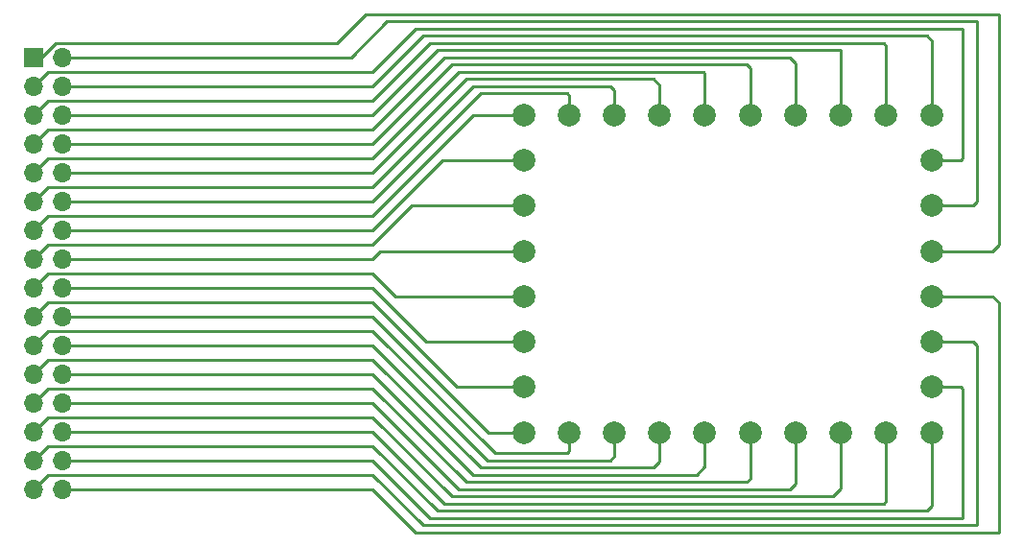
<source format=gbr>
%TF.GenerationSoftware,KiCad,Pcbnew,7.0.6*%
%TF.CreationDate,2023-08-02T14:24:24+01:00*%
%TF.ProjectId,Outline4,4f75746c-696e-4653-942e-6b696361645f,rev?*%
%TF.SameCoordinates,Original*%
%TF.FileFunction,Copper,L1,Top*%
%TF.FilePolarity,Positive*%
%FSLAX46Y46*%
G04 Gerber Fmt 4.6, Leading zero omitted, Abs format (unit mm)*
G04 Created by KiCad (PCBNEW 7.0.6) date 2023-08-02 14:24:24*
%MOMM*%
%LPD*%
G01*
G04 APERTURE LIST*
%TA.AperFunction,ComponentPad*%
%ADD10R,1.700000X1.700000*%
%TD*%
%TA.AperFunction,ComponentPad*%
%ADD11O,1.700000X1.700000*%
%TD*%
%TA.AperFunction,SMDPad,CuDef*%
%ADD12C,2.000000*%
%TD*%
%TA.AperFunction,Conductor*%
%ADD13C,0.250000*%
%TD*%
G04 APERTURE END LIST*
D10*
%TO.P,REF\u002A\u002A,1*%
%TO.N,N/C*%
X18415000Y-69215000D03*
D11*
%TO.P,REF\u002A\u002A,2*%
X20955000Y-69215000D03*
%TO.P,REF\u002A\u002A,3*%
X18415000Y-71755000D03*
%TO.P,REF\u002A\u002A,4*%
X20955000Y-71755000D03*
%TO.P,REF\u002A\u002A,5*%
X18415000Y-74295000D03*
%TO.P,REF\u002A\u002A,6*%
X20955000Y-74295000D03*
%TO.P,REF\u002A\u002A,7*%
X18415000Y-76835000D03*
%TO.P,REF\u002A\u002A,8*%
X20955000Y-76835000D03*
%TO.P,REF\u002A\u002A,9*%
X18415000Y-79375000D03*
%TO.P,REF\u002A\u002A,10*%
X20955000Y-79375000D03*
%TO.P,REF\u002A\u002A,11*%
X18415000Y-81915000D03*
%TO.P,REF\u002A\u002A,12*%
X20955000Y-81915000D03*
%TO.P,REF\u002A\u002A,13*%
X18415000Y-84455000D03*
%TO.P,REF\u002A\u002A,14*%
X20955000Y-84455000D03*
%TO.P,REF\u002A\u002A,15*%
X18415000Y-86995000D03*
%TO.P,REF\u002A\u002A,16*%
X20955000Y-86995000D03*
%TO.P,REF\u002A\u002A,17*%
X18415000Y-89535000D03*
%TO.P,REF\u002A\u002A,18*%
X20955000Y-89535000D03*
%TO.P,REF\u002A\u002A,19*%
X18415000Y-92075000D03*
%TO.P,REF\u002A\u002A,20*%
X20955000Y-92075000D03*
%TO.P,REF\u002A\u002A,21*%
X18415000Y-94615000D03*
%TO.P,REF\u002A\u002A,22*%
X20955000Y-94615000D03*
%TO.P,REF\u002A\u002A,23*%
X18415000Y-97155000D03*
%TO.P,REF\u002A\u002A,24*%
X20955000Y-97155000D03*
%TO.P,REF\u002A\u002A,25*%
X18415000Y-99695000D03*
%TO.P,REF\u002A\u002A,26*%
X20955000Y-99695000D03*
%TO.P,REF\u002A\u002A,27*%
X18415000Y-102235000D03*
%TO.P,REF\u002A\u002A,28*%
X20955000Y-102235000D03*
%TO.P,REF\u002A\u002A,29*%
X18415000Y-104775000D03*
%TO.P,REF\u002A\u002A,30*%
X20955000Y-104775000D03*
%TO.P,REF\u002A\u002A,31*%
X18415000Y-107315000D03*
%TO.P,REF\u002A\u002A,32*%
X20955000Y-107315000D03*
%TD*%
D12*
%TO.P,REF\u002A\u002A,1*%
%TO.N,N/C*%
X61600000Y-74295000D03*
X61600000Y-74295000D03*
X61600000Y-78295000D03*
X61600000Y-82295000D03*
X61600000Y-86295000D03*
X61600000Y-90295000D03*
X61600000Y-94295000D03*
X61600000Y-98295000D03*
X61600000Y-102295000D03*
X65600000Y-74295000D03*
X65600000Y-102295000D03*
X69600000Y-74295000D03*
X69600000Y-102295000D03*
X73600000Y-74295000D03*
X73600000Y-102295000D03*
X77600000Y-74295000D03*
X77600000Y-102295000D03*
X81600000Y-74295000D03*
X81600000Y-102295000D03*
X85600000Y-74295000D03*
X85600000Y-102295000D03*
X89600000Y-74295000D03*
X89600000Y-102295000D03*
X93600000Y-74295000D03*
X93600000Y-102295000D03*
X97600000Y-74295000D03*
X97600000Y-78295000D03*
X97600000Y-82295000D03*
X97600000Y-86295000D03*
X97600000Y-90295000D03*
X97600000Y-94295000D03*
X97600000Y-98295000D03*
X97600000Y-102295000D03*
%TD*%
D13*
%TO.N,*%
X103510000Y-85725000D02*
X102940000Y-86295000D01*
X100335000Y-98425000D02*
X100335000Y-109855000D01*
X48265000Y-99695000D02*
X20955000Y-99695000D01*
X81285000Y-69850000D02*
X55250000Y-69850000D01*
X81285000Y-106680000D02*
X56520000Y-106680000D01*
X48265000Y-86995000D02*
X20955000Y-86995000D01*
X85600000Y-69720000D02*
X85095000Y-69215000D01*
X85600000Y-102295000D02*
X85600000Y-106810000D01*
X19685000Y-78105000D02*
X18415000Y-79375000D01*
X93600000Y-68195000D02*
X93350000Y-67945000D01*
X48265000Y-89535000D02*
X20955000Y-89535000D01*
X101605000Y-81915000D02*
X101225000Y-82295000D01*
X19055000Y-69215000D02*
X18415000Y-69215000D01*
X65600000Y-72580000D02*
X65410000Y-72390000D01*
X48265000Y-74295000D02*
X20955000Y-74295000D01*
X48265000Y-100965000D02*
X19685000Y-100965000D01*
X81600000Y-70165000D02*
X81285000Y-69850000D01*
X59060000Y-104140000D02*
X48265000Y-93345000D01*
X77600000Y-102295000D02*
X77600000Y-105285000D01*
X77600000Y-105285000D02*
X76840000Y-106045000D01*
X53345000Y-109855000D02*
X48265000Y-104775000D01*
X54615000Y-69215000D02*
X48265000Y-75565000D01*
X61600000Y-86295000D02*
X48965000Y-86295000D01*
X101605000Y-94615000D02*
X101605000Y-110490000D01*
X19685000Y-100965000D02*
X18415000Y-102235000D01*
X100145000Y-78295000D02*
X100335000Y-78105000D01*
X51695000Y-82295000D02*
X48265000Y-85725000D01*
X47630000Y-65405000D02*
X103510000Y-65405000D01*
X48265000Y-94615000D02*
X20955000Y-94615000D01*
X97600000Y-94295000D02*
X101285000Y-94295000D01*
X69600000Y-74295000D02*
X69600000Y-72135000D01*
X19685000Y-80645000D02*
X18415000Y-81915000D01*
X48265000Y-80645000D02*
X19685000Y-80645000D01*
X48265000Y-83185000D02*
X19685000Y-83185000D01*
X73030000Y-71120000D02*
X56520000Y-71120000D01*
X61600000Y-82295000D02*
X51695000Y-82295000D01*
X65600000Y-103950000D02*
X65410000Y-104140000D01*
X48265000Y-103505000D02*
X19685000Y-103505000D01*
X57790000Y-105410000D02*
X48265000Y-95885000D01*
X77600000Y-74295000D02*
X77600000Y-70610000D01*
X50295000Y-90295000D02*
X48265000Y-88265000D01*
X20325000Y-67945000D02*
X19055000Y-69215000D01*
X48265000Y-106045000D02*
X19685000Y-106045000D01*
X97600000Y-98295000D02*
X100205000Y-98295000D01*
X73600000Y-102295000D02*
X73600000Y-104840000D01*
X69600000Y-102295000D02*
X69600000Y-104395000D01*
X85095000Y-107315000D02*
X55885000Y-107315000D01*
X53980000Y-68580000D02*
X48265000Y-74295000D01*
X56520000Y-106680000D02*
X48265000Y-98425000D01*
X102940000Y-86295000D02*
X97600000Y-86295000D01*
X97600000Y-78295000D02*
X100145000Y-78295000D01*
X54615000Y-108585000D02*
X48265000Y-102235000D01*
X55885000Y-70485000D02*
X48265000Y-78105000D01*
X100335000Y-109855000D02*
X53345000Y-109855000D01*
X54425000Y-78295000D02*
X48265000Y-84455000D01*
X48265000Y-97155000D02*
X20955000Y-97155000D01*
X48965000Y-86295000D02*
X48265000Y-86995000D01*
X55755000Y-98295000D02*
X48265000Y-90805000D01*
X65410000Y-104140000D02*
X59060000Y-104140000D01*
X52710000Y-110490000D02*
X48265000Y-106045000D01*
X19685000Y-70485000D02*
X18415000Y-71755000D01*
X48265000Y-93345000D02*
X19685000Y-93345000D01*
X97600000Y-90295000D02*
X103000000Y-90295000D01*
X48265000Y-104775000D02*
X20955000Y-104775000D01*
X89600000Y-107255000D02*
X88905000Y-107950000D01*
X61600000Y-98295000D02*
X55755000Y-98295000D01*
X69220000Y-71755000D02*
X57155000Y-71755000D01*
X100335000Y-78105000D02*
X100335000Y-66675000D01*
X77475000Y-70485000D02*
X55885000Y-70485000D01*
X103510000Y-111125000D02*
X52075000Y-111125000D01*
X48265000Y-102235000D02*
X20955000Y-102235000D01*
X101605000Y-110490000D02*
X52710000Y-110490000D01*
X77600000Y-70610000D02*
X77475000Y-70485000D01*
X69220000Y-104775000D02*
X58425000Y-104775000D01*
X97600000Y-108780000D02*
X97160000Y-109220000D01*
X97160000Y-109220000D02*
X53980000Y-109220000D01*
X52710000Y-67310000D02*
X48265000Y-71755000D01*
X19685000Y-98425000D02*
X18415000Y-99695000D01*
X57155000Y-106045000D02*
X48265000Y-97155000D01*
X19685000Y-75565000D02*
X18415000Y-76835000D01*
X65600000Y-102295000D02*
X65600000Y-103950000D01*
X103000000Y-90295000D02*
X103510000Y-90805000D01*
X103510000Y-90805000D02*
X103510000Y-111125000D01*
X19685000Y-93345000D02*
X18415000Y-94615000D01*
X61600000Y-74295000D02*
X57155000Y-74295000D01*
X19685000Y-88265000D02*
X18415000Y-89535000D01*
X97160000Y-67310000D02*
X52710000Y-67310000D01*
X58485000Y-102295000D02*
X48265000Y-92075000D01*
X53345000Y-67945000D02*
X48265000Y-73025000D01*
X45090000Y-67945000D02*
X20325000Y-67945000D01*
X61600000Y-90295000D02*
X50295000Y-90295000D01*
X85600000Y-106810000D02*
X85095000Y-107315000D01*
X65410000Y-72390000D02*
X57790000Y-72390000D01*
X48265000Y-90805000D02*
X19685000Y-90805000D01*
X85095000Y-69215000D02*
X54615000Y-69215000D01*
X81600000Y-106365000D02*
X81285000Y-106680000D01*
X93600000Y-102295000D02*
X93600000Y-108335000D01*
X48265000Y-73025000D02*
X19685000Y-73025000D01*
X55250000Y-69850000D02*
X48265000Y-76835000D01*
X57155000Y-74295000D02*
X48265000Y-83185000D01*
X55885000Y-107315000D02*
X48265000Y-99695000D01*
X73600000Y-71690000D02*
X73030000Y-71120000D01*
X97600000Y-74295000D02*
X97600000Y-67750000D01*
X61600000Y-94295000D02*
X53025000Y-94295000D01*
X101285000Y-94295000D02*
X101605000Y-94615000D01*
X81600000Y-74295000D02*
X81600000Y-70165000D01*
X89600000Y-68640000D02*
X89540000Y-68580000D01*
X97600000Y-102295000D02*
X97600000Y-108780000D01*
X49535000Y-66040000D02*
X46360000Y-69215000D01*
X100205000Y-98295000D02*
X100335000Y-98425000D01*
X48265000Y-107315000D02*
X20955000Y-107315000D01*
X69600000Y-104395000D02*
X69220000Y-104775000D01*
X88905000Y-107950000D02*
X55250000Y-107950000D01*
X48265000Y-71755000D02*
X20955000Y-71755000D01*
X73600000Y-74295000D02*
X73600000Y-71690000D01*
X93350000Y-67945000D02*
X53345000Y-67945000D01*
X48265000Y-92075000D02*
X20955000Y-92075000D01*
X61600000Y-102295000D02*
X58485000Y-102295000D01*
X52075000Y-111125000D02*
X48265000Y-107315000D01*
X93350000Y-108585000D02*
X54615000Y-108585000D01*
X19685000Y-95885000D02*
X18415000Y-97155000D01*
X89600000Y-74295000D02*
X89600000Y-68640000D01*
X61600000Y-78295000D02*
X54425000Y-78295000D01*
X57790000Y-72390000D02*
X48265000Y-81915000D01*
X89600000Y-102295000D02*
X89600000Y-107255000D01*
X48265000Y-76835000D02*
X20955000Y-76835000D01*
X97600000Y-67750000D02*
X97160000Y-67310000D01*
X93600000Y-108335000D02*
X93350000Y-108585000D01*
X53980000Y-109220000D02*
X48265000Y-103505000D01*
X47630000Y-65405000D02*
X45090000Y-67945000D01*
X48265000Y-70485000D02*
X19685000Y-70485000D01*
X19685000Y-106045000D02*
X18415000Y-107315000D01*
X48265000Y-98425000D02*
X19685000Y-98425000D01*
X57155000Y-71755000D02*
X48265000Y-80645000D01*
X69600000Y-72135000D02*
X69220000Y-71755000D01*
X52075000Y-66675000D02*
X48265000Y-70485000D01*
X48265000Y-84455000D02*
X20955000Y-84455000D01*
X81600000Y-102295000D02*
X81600000Y-106365000D01*
X65600000Y-74295000D02*
X65600000Y-72580000D01*
X48265000Y-75565000D02*
X19685000Y-75565000D01*
X101225000Y-82295000D02*
X97600000Y-82295000D01*
X48265000Y-78105000D02*
X19685000Y-78105000D01*
X73600000Y-104840000D02*
X73030000Y-105410000D01*
X89540000Y-68580000D02*
X53980000Y-68580000D01*
X48265000Y-95885000D02*
X19685000Y-95885000D01*
X48265000Y-79375000D02*
X20955000Y-79375000D01*
X19685000Y-103505000D02*
X18415000Y-104775000D01*
X58425000Y-104775000D02*
X48265000Y-94615000D01*
X55250000Y-107950000D02*
X48265000Y-100965000D01*
X76840000Y-106045000D02*
X57155000Y-106045000D01*
X85600000Y-74295000D02*
X85600000Y-69720000D01*
X100335000Y-66675000D02*
X52075000Y-66675000D01*
X93600000Y-74295000D02*
X93600000Y-68195000D01*
X56520000Y-71120000D02*
X48265000Y-79375000D01*
X49535000Y-66040000D02*
X101605000Y-66040000D01*
X48265000Y-85725000D02*
X19685000Y-85725000D01*
X48265000Y-81915000D02*
X20955000Y-81915000D01*
X73030000Y-105410000D02*
X57790000Y-105410000D01*
X103510000Y-65405000D02*
X103510000Y-85725000D01*
X46360000Y-69215000D02*
X20955000Y-69215000D01*
X19685000Y-85725000D02*
X18415000Y-86995000D01*
X19685000Y-90805000D02*
X18415000Y-92075000D01*
X53025000Y-94295000D02*
X48265000Y-89535000D01*
X101605000Y-66040000D02*
X101605000Y-81915000D01*
X48265000Y-88265000D02*
X19685000Y-88265000D01*
X19685000Y-73025000D02*
X18415000Y-74295000D01*
X19685000Y-83185000D02*
X18415000Y-84455000D01*
%TD*%
M02*

</source>
